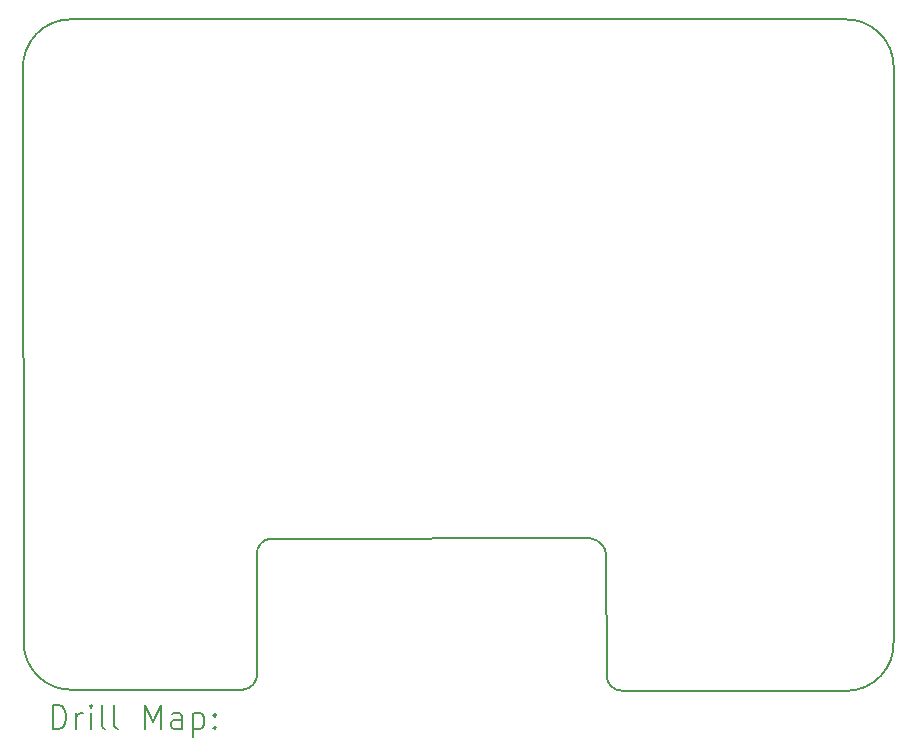
<source format=gbr>
%TF.GenerationSoftware,KiCad,Pcbnew,7.0.5-4d25ed1034~172~ubuntu22.04.1*%
%TF.CreationDate,2023-06-04T17:51:53+03:00*%
%TF.ProjectId,STM32L475daughter,53544d33-324c-4343-9735-646175676874,rev?*%
%TF.SameCoordinates,Original*%
%TF.FileFunction,Drillmap*%
%TF.FilePolarity,Positive*%
%FSLAX45Y45*%
G04 Gerber Fmt 4.5, Leading zero omitted, Abs format (unit mm)*
G04 Created by KiCad (PCBNEW 7.0.5-4d25ed1034~172~ubuntu22.04.1) date 2023-06-04 17:51:53*
%MOMM*%
%LPD*%
G01*
G04 APERTURE LIST*
%ADD10C,0.200000*%
G04 APERTURE END LIST*
D10*
X11616281Y-10473450D02*
X11614051Y-9472371D01*
X7084202Y-4926610D02*
X13615197Y-4926993D01*
X14046094Y-5336196D02*
G75*
G03*
X13615197Y-4926993I-405005J4996D01*
G01*
X7084202Y-4926613D02*
G75*
G03*
X6675000Y-5357500I-5003J-404997D01*
G01*
X11755000Y-10612500D02*
X13636304Y-10613586D01*
X8774007Y-9323129D02*
X11474204Y-9319530D01*
X11616284Y-10473450D02*
G75*
G03*
X11755000Y-10612500I128796J-10230D01*
G01*
X8656115Y-10463040D02*
X8653885Y-9461960D01*
X6678905Y-10193804D02*
G75*
G03*
X7109803Y-10603007I405005J-4996D01*
G01*
X14045507Y-10182697D02*
X14046086Y-5336196D01*
X8774006Y-9323127D02*
G75*
G03*
X8653885Y-9461960I8704J-128913D01*
G01*
X11614051Y-9472371D02*
G75*
G03*
X11474204Y-9319530I-159051J-5129D01*
G01*
X7109803Y-10603007D02*
X8535994Y-10601871D01*
X6678914Y-10193804D02*
X6675000Y-5357500D01*
X13636304Y-10613595D02*
G75*
G03*
X14045507Y-10182697I4996J405005D01*
G01*
X8535994Y-10601873D02*
G75*
G03*
X8656115Y-10463040I-8704J128913D01*
G01*
X6924948Y-10935109D02*
X6924948Y-10735109D01*
X6924948Y-10735109D02*
X6972567Y-10735109D01*
X6972567Y-10735109D02*
X7001139Y-10744633D01*
X7001139Y-10744633D02*
X7020187Y-10763681D01*
X7020187Y-10763681D02*
X7029710Y-10782728D01*
X7029710Y-10782728D02*
X7039234Y-10820823D01*
X7039234Y-10820823D02*
X7039234Y-10849395D01*
X7039234Y-10849395D02*
X7029710Y-10887490D01*
X7029710Y-10887490D02*
X7020187Y-10906538D01*
X7020187Y-10906538D02*
X7001139Y-10925585D01*
X7001139Y-10925585D02*
X6972567Y-10935109D01*
X6972567Y-10935109D02*
X6924948Y-10935109D01*
X7124948Y-10935109D02*
X7124948Y-10801776D01*
X7124948Y-10839871D02*
X7134472Y-10820823D01*
X7134472Y-10820823D02*
X7143996Y-10811300D01*
X7143996Y-10811300D02*
X7163044Y-10801776D01*
X7163044Y-10801776D02*
X7182091Y-10801776D01*
X7248758Y-10935109D02*
X7248758Y-10801776D01*
X7248758Y-10735109D02*
X7239234Y-10744633D01*
X7239234Y-10744633D02*
X7248758Y-10754157D01*
X7248758Y-10754157D02*
X7258282Y-10744633D01*
X7258282Y-10744633D02*
X7248758Y-10735109D01*
X7248758Y-10735109D02*
X7248758Y-10754157D01*
X7372567Y-10935109D02*
X7353520Y-10925585D01*
X7353520Y-10925585D02*
X7343996Y-10906538D01*
X7343996Y-10906538D02*
X7343996Y-10735109D01*
X7477329Y-10935109D02*
X7458282Y-10925585D01*
X7458282Y-10925585D02*
X7448758Y-10906538D01*
X7448758Y-10906538D02*
X7448758Y-10735109D01*
X7705901Y-10935109D02*
X7705901Y-10735109D01*
X7705901Y-10735109D02*
X7772568Y-10877966D01*
X7772568Y-10877966D02*
X7839234Y-10735109D01*
X7839234Y-10735109D02*
X7839234Y-10935109D01*
X8020187Y-10935109D02*
X8020187Y-10830347D01*
X8020187Y-10830347D02*
X8010663Y-10811300D01*
X8010663Y-10811300D02*
X7991615Y-10801776D01*
X7991615Y-10801776D02*
X7953520Y-10801776D01*
X7953520Y-10801776D02*
X7934472Y-10811300D01*
X8020187Y-10925585D02*
X8001139Y-10935109D01*
X8001139Y-10935109D02*
X7953520Y-10935109D01*
X7953520Y-10935109D02*
X7934472Y-10925585D01*
X7934472Y-10925585D02*
X7924948Y-10906538D01*
X7924948Y-10906538D02*
X7924948Y-10887490D01*
X7924948Y-10887490D02*
X7934472Y-10868442D01*
X7934472Y-10868442D02*
X7953520Y-10858919D01*
X7953520Y-10858919D02*
X8001139Y-10858919D01*
X8001139Y-10858919D02*
X8020187Y-10849395D01*
X8115425Y-10801776D02*
X8115425Y-11001776D01*
X8115425Y-10811300D02*
X8134472Y-10801776D01*
X8134472Y-10801776D02*
X8172568Y-10801776D01*
X8172568Y-10801776D02*
X8191615Y-10811300D01*
X8191615Y-10811300D02*
X8201139Y-10820823D01*
X8201139Y-10820823D02*
X8210663Y-10839871D01*
X8210663Y-10839871D02*
X8210663Y-10897014D01*
X8210663Y-10897014D02*
X8201139Y-10916061D01*
X8201139Y-10916061D02*
X8191615Y-10925585D01*
X8191615Y-10925585D02*
X8172568Y-10935109D01*
X8172568Y-10935109D02*
X8134472Y-10935109D01*
X8134472Y-10935109D02*
X8115425Y-10925585D01*
X8296377Y-10916061D02*
X8305901Y-10925585D01*
X8305901Y-10925585D02*
X8296377Y-10935109D01*
X8296377Y-10935109D02*
X8286853Y-10925585D01*
X8286853Y-10925585D02*
X8296377Y-10916061D01*
X8296377Y-10916061D02*
X8296377Y-10935109D01*
X8296377Y-10811300D02*
X8305901Y-10820823D01*
X8305901Y-10820823D02*
X8296377Y-10830347D01*
X8296377Y-10830347D02*
X8286853Y-10820823D01*
X8286853Y-10820823D02*
X8296377Y-10811300D01*
X8296377Y-10811300D02*
X8296377Y-10830347D01*
M02*

</source>
